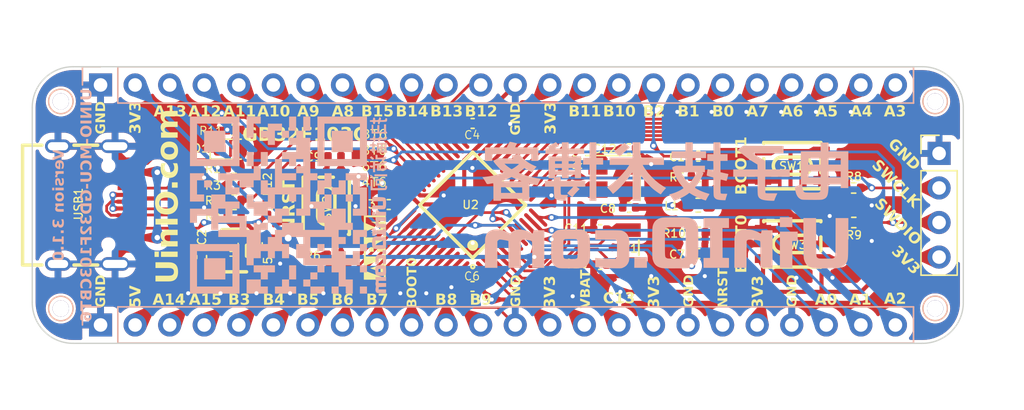
<source format=kicad_pcb>
(kicad_pcb (version 20221018) (generator pcbnew)
  (title_block (title "UINIO-MCU-GD32F103CBT6") (date "2023-12-27") (rev "Version 3.1.0") (company "电子技术博客 UinIO.com"))
  (layers (0 "F.Cu" signal) (31 "B.Cu" signal) (34 "B.Paste" user) (35 "F.Paste" user) (36 "B.SilkS" user "B.Silkscreen") (37 "F.SilkS" user "F.Silkscreen") (38 "B.Mask" user) (39 "F.Mask" user) (44 "Edge.Cuts" user))
  (net 0 "")
  (net 1 "GND")
  (net 2 "/PB2{slash}BOOT1")
  (net 3 "/VDD_5V")
  (net 4 "/VDD_3.3V")
  (net 5 "/BOOT0")
  (net 6 "Net-(C8-Pad2)")
  (net 7 "/NRST")
  (net 8 "Net-(U2-PC14_OSC32_IN)")
  (net 9 "Net-(U2-PC15_OSC32_OUT)")
  (net 10 "Net-(C12-Pad2)")
  (net 11 "Net-(D1-A)")
  (net 12 "/PA13{slash}SWDIO")
  (net 13 "/PA12")
  (net 14 "/PA11")
  (net 15 "/PA10")
  (net 16 "/PA9")
  (net 17 "/PA8")
  (net 18 "/PB15")
  (net 19 "/PB14")
  (net 20 "/PB13")
  (net 21 "/PB12")
  (net 22 "/PB11")
  (net 23 "/PB10")
  (net 24 "/PB1")
  (net 25 "/PB0")
  (net 26 "/PA7")
  (net 27 "/PA6")
  (net 28 "/PA5")
  (net 29 "/PA4")
  (net 30 "/PA3")
  (net 31 "/PA14{slash}SWCLK")
  (net 32 "/PA15")
  (net 33 "/PB3")
  (net 34 "/PB4")
  (net 35 "/PB5")
  (net 36 "/PB6")
  (net 37 "/PB7")
  (net 38 "/PB8")
  (net 39 "/PB9")
  (net 40 "/VBAT")
  (net 41 "/PC13")
  (net 42 "/PA0")
  (net 43 "/PA1")
  (net 44 "/PA2")
  (net 45 "Net-(U2-VSSA)")
  (net 46 "/USB_Data+")
  (net 47 "/USB_Data-")
  (net 48 "Net-(U2-PD0_OSC_IN)")
  (net 49 "Net-(U2-PD1_OSC_OUT)")
  (net 51 "Net-(USB1-CC1)")
  (net 53 "Net-(USB1-CC2)")
  (footprint "Resistor_SMD:R_0402_1005Metric" (layer "F.Cu") (at 132.14906 97.12213 180)
    (fp_text reference "R1")
    (fp_text value "2K")
  )
  (footprint "Capacitor_SMD:C_0402_1005Metric" (layer "F.Cu") (at 166.25906 103.39713 180)
    (fp_text reference "C7")
    (fp_text value "0.1uF")
  )
  (footprint "Resistor_SMD:R_0402_1005Metric" (layer "F.Cu") (at 177.67906 98.58213)
    (fp_text reference "R8")
    (fp_text value "10K")
  )
  (footprint "Uinio:KEY-SMD_4P-L4.2-W3.4-P2.15-LS4.7" (layer "F.Cu") (at 138.91906 99.89213 -90)
    (fp_text reference "SW2")
    (fp_text value "NRST")
  )
  (footprint "Uinio:CRYSTAL-FC135-32.768" (layer "F.Cu") (at 161.12906 102.93213 -90)
    (fp_text reference "Y1")
    (fp_text value "32.768KHz")
  )
  (footprint "Uinio:SOT-23-5_L3.0-W1.7-P0.95-LS2.8-BR" (layer "F.Cu") (at 132.15906 103.19613 180)
    (fp_text reference "U1")
    (fp_text value "ME6211C33M5G-N")
  )
  (footprint "Capacitor_SMD:C_0402_1005Metric" (layer "F.Cu") (at 159.04906 101.64213)
    (fp_text reference "C11")
    (fp_text value "10pF")
  )
  (footprint "LED_SMD:LED_0603_1608Metric" (layer "F.Cu") (at 131.86906 95.73213)
    (fp_text reference "D1")
    (fp_text value "LED_Red")
  )
  (footprint "Uinio:KEY-SMD_4P-L4.2-W3.4-P2.15-LS4.7" (layer "F.Cu") (at 173.16906 102.69713)
    (fp_text reference "SW3")
    (fp_text value "BOOT0")
  )
  (footprint "Connector_PinHeader_2.54mm:PinHeader_1x04_P2.54mm_Vertical" (layer "F.Cu") (at 183.95906 96.04213)
    (fp_text reference "J3" hide)
    (fp_text value "Conn_01x04_Pin")
  )
  (footprint "Capacitor_SMD:C_0402_1005Metric" (layer "F.Cu") (at 129.75906 103.66213 -90)
    (fp_text reference "C2")
    (fp_text value "1uF")
  )
  (footprint "Resistor_SMD:R_0402_1005Metric" (layer "F.Cu") (at 166.25906 101.84713)
    (fp_text reference "R10")
    (fp_text value "10K")
  )
  (footprint "Uinio:Hole-1mm" (layer "F.Cu") (at 119.40906 92.22213 180)
    (fp_text reference "HOLE**" hide)
    (fp_text value "Hole-1mm" hide)
  )
  (footprint "Resistor_SMD:R_0402_1005Metric" (layer "F.Cu") (at 132.14906 100.55213)
    (fp_text reference "R4")
    (fp_text value "1.5K")
  )
  (footprint "Uinio:Hole-1mm" (layer "F.Cu") (at 183.66906 92.22213 180)
    (fp_text reference "HOLE**" hide)
    (fp_text value "Hole-1mm" hide)
  )
  (footprint "Uinio:Hole-1mm" (layer "F.Cu") (at 183.66906 107.43213 180)
    (fp_text reference "HOLE**" hide)
    (fp_text value "Hole-1mm" hide)
  )
  (footprint "Capacitor_SMD:C_0402_1005Metric" (layer "F.Cu") (at 149.67906 93.84213 180)
    (fp_text reference "C4")
    (fp_text value "0.1uF")
  )
  (footprint "Resistor_SMD:R_0402_1005Metric" (layer "F.Cu") (at 134.55906 100.01 90)
    (fp_text reference "R12")
    (fp_text value "5.1K")
  )
  (footprint "Capacitor_SMD:C_0402_1005Metric" (layer "F.Cu") (at 159.04906 104.21213)
    (fp_text reference "C10")
    (fp_text value "10pF")
  )
  (footprint "Uinio:USB-C-SMD_TYPEC-304J-BCP16" (layer "F.Cu") (at 121.67906 99.84213 -90)
    (fp_text reference "USB1")
    (fp_text value "USB_Type_C_16Pin")
  )
  (footprint "Capacitor_SMD:C_0402_1005Metric" (layer "F.Cu") (at 134.56906 102.72213 90)
    (fp_text reference "C5")
    (fp_text value "1uF")
  )
  (footprint "Resistor_SMD:R_0402_1005Metric" (layer "F.Cu") (at 177.68906 101.12213 180)
    (fp_text reference "R9")
    (fp_text value "10K")
  )
  (footprint "Crystal:Crystal_SMD_3225-4Pin_3.2x2.5mm" (layer "F.Cu") (at 159.98906 97.85213 180)
    (fp_text reference "Y2" hide)
    (fp_text value "8MHz")
  )
  (footprint "Resistor_SMD:R_0402_1005Metric" (layer "F.Cu") (at 166.25906 97.74713)
    (fp_text reference "R5")
    (fp_text value "10K")
  )
  (footprint "Capacitor_SMD:C_0402_1005Metric" (layer "F.Cu") (at 149.66906 105.82213)
    (fp_text reference "C6")
    (fp_text value "0.1uF")
  )
  (footprint "Resistor_SMD:R_0402_1005Metric" (layer "F.Cu") (at 157.41906 98.27213 90)
    (fp_text reference "R7")
    (fp_text value "1M")
  )
  (footprint "Uinio:TQFP-48_L7.0-W7.0-P0.50-LS9.0-BL" (layer "F.Cu") (at 149.67906 99.83713 45)
    (fp_text reference "U2")
    (fp_text value "GD32F103C8T6")
  )
  (footprint "Capacitor_SMD:C_0402_1005Metric" (layer "F.Cu") (at 161.17906 100.01213 180)
    (fp_text reference "C8")
    (fp_text value "20pF")
  )
  (footprint "Uinio:Hole-1mm" (layer "F.Cu") (at 119.40906 107.44213 180)
    (fp_text reference "HOLE**" hide)
    (fp_text value "Hole-1mm" hide)
  )
  (footprint "Resistor_SMD:R_0402_1005Metric" (layer "F.Cu") (at 132.14906 98.37213 180)
    (fp_text reference "R3")
    (fp_text value "50R")
  )
  (footprint "Resistor_SMD:R_0402_1005Metric" (layer "F.Cu") (at 132.14906 99.46213 180)
    (fp_text reference "R2")
    (fp_text value "50R")
  )
  (footprint "Capacitor_SMD:C_0402_1005Metric" (layer "F.Cu") (at 166.25906 96.24713 180)
    (fp_text reference "C1")
    (fp_text value "0.1uF")
  )
  (footprint "Inductor_SMD:L_0603_1608Metric" (layer "F.Cu") (at 166.25906 99.84713 180)
    (fp_text reference "L1")
    (fp_text value "1KΩ 100Mhz")
  )
  (footprint "Capacitor_SMD:C_0402_1005Metric" (layer "F.Cu") (at 139.51906 96.25213 180)
    (fp_text reference "C9")
    (fp_text value "0.1uF")
  )
  (footprint "Resistor_SMD:R_0402_1005Metric" (layer "F.Cu") (at 132.14906 94.33 180)
    (fp_text reference "R11")
    (fp_text value "5.1K")
  )
  (footprint "Capacitor_SMD:C_0402_1005Metric" (layer "F.Cu") (at 143.50906 99.80213)
    (fp_text reference "C3")
    (fp_text value "0.1uF")
  )
  (footprint "Resistor_SMD:R_0402_1005Metric" (layer "F.Cu") (at 139.49906 103.50213)
    (fp_text reference "R6")
    (fp_text value "10K")
  )
  (footprint "Capacitor_SMD:C_0402_1005Metric" (layer "F.Cu") (at 161.17906 95.69213 180)
    (fp_text reference "C12")
    (fp_text value "20pF")
  )
  (footprint "Uinio:KEY-SMD_4P-L4.2-W3.4-P2.15-LS4.7" (layer "F.Cu") (at 173.16906 96.94713 180)
    (fp_text reference "SW1")
    (fp_text value "BOOT1")
  )
  (footprint "LOGO" (layer "B.Cu") (at 136.16 99.84213 -90)
    (fp_text reference "")
    (fp_text value "LOGO" hide)
  )
  (footprint "Connector_PinHeader_2.54mm:PinHeader_1x24_P2.54mm_Vertical" (layer "B.Cu") (at 122.32906 91.01213 -90)
    (fp_text reference "J1" hide)
    (fp_text value "Conn_01x24_Pin")
  )
  (footprint "Connector_PinHeader_2.54mm:PinHeader_1x24_P2.54mm_Vertical" (layer "B.Cu") (at 122.32906 108.65213 -90)
    (fp_text reference "J2" hide)
    (fp_text value "Conn_01x24_Pin")
  )
  (footprint "LOGO" (layer "B.Cu") (at 163.861049 99.859273 180)
    (fp_text reference "")
    (fp_text value "LOGO" hide)
  )
  (gr_arc (start 185.73906 107.00213) (mid 184.86038 109.12345) (end 182.73906 110.00213) (stroke (width 0.1)) (layer "Edge.Cuts"))
  (gr_arc (start 182.73906 89.67213) (mid 184.86038 90.55081) (end 185.73906 92.67213) (stroke (width 0.1)) (layer "Edge.Cuts"))
  (gr_arc (start 117.30906 92.67213) (mid 118.18774 90.55081) (end 120.30906 89.67213) (stroke (width 0.1)) (layer "Edge.Cuts"))
  (gr_arc (start 120.30906 110.00213) (mid 118.18774 109.12345) (end 117.30906 107.00213) (stroke (width 0.1)) (layer "Edge.Cuts"))
  (gr_line (start 120.30906 89.67213) (end 182.73906 89.67213) (stroke (width 0.1)) (layer "Edge.Cuts"))
  (gr_line (start 182.73906 110.00213) (end 120.30906 110.00213) (stroke (width 0.1)) (layer "Edge.Cuts"))
  (gr_line (start 185.73906 92.67213) (end 185.73906 107.00213) (stroke (width 0.1)) (layer "Edge.Cuts"))
  (gr_line (start 117.30906 107.00213) (end 117.30906 92.67213) (stroke (width 0.1)) (layer "Edge.Cuts"))
  (gr_text "UINIO-MCU-GD32F103CBT6" (at 121.32906 99.84213 90) (layer "B.SilkS") (effects (font (size 0.8 0.8) (thickness 0.15) bold) (justify mirror)))
  (gr_text "Version 3.1.0" (at 119.28906 99.84213 90) (layer "B.SilkS") (effects (font (size 0.8 0.8) (thickness 0.1) bold) (justify mirror)))
  (gr_text "A2" (at 180.72906 106.76213) (layer "F.SilkS") (effects (font (size 0.8 0.8) (thickness 0.1) bold)))
  (gr_text "BT6\n8T6\n6T6\n4T6" (at 142.44 96.44) (layer "F.SilkS") (effects (font (size 0.7 0.7) (thickness 0.1))))
  (gr_text "GND" (at 165.58906 106.167795 90) (layer "F.SilkS") (effects (font (size 0.7 0.7) (thickness 0.1) bold)))
  (gr_text "GND" (at 152.86 93.50238 90) (layer "F.SilkS") (effects (font (size 0.7 0.7) (thickness 0.1) bold)))
  (gr_text "B9" (at 150.26906 106.83) (layer "F.SilkS") (effects (font (size 0.8 0.8) (thickness 0.1) bold)))
  (gr_text "B4" (at 135.06 106.83) (layer "F.SilkS") (effects (font (size 0.8 0.8) (thickness 0.1) bold)))
  (gr_text "A3" (at 180.71906 92.99) (layer "F.SilkS") (effects (font (size 0.8 0.8) (thickness 0.1) bold)))
  (gr_text "VBAT" (at 157.99906 106.017341 90) (layer "F.SilkS") (effects (font (size 0.7 0.7) (thickness 0.1) bold)))
  (gr_text "BOOT0" (at 169.45906 102.69713 90) (layer "F.SilkS") (effects (font (size 0.8 0.8) (thickness 0.15) bold)))
  (gr_text "B5" (at 137.57906 106.83) (layer "F.SilkS") (effects (font (size 0.8 0.8) (thickness 0.1) bold)))
  (gr_text "3V3" (at 170.66906 106.230175 90) (layer "F.SilkS") (effects (font (size 0.8 0.8) (thickness 0.1) bold)))
  (gr_text "A12" (at 129.99 92.99) (layer "F.SilkS") (effects (font (size 0.8 0.8) (thickness 0.1) bold)))
  (gr_text "B14" (at 145.21906 92.99) (layer "F.SilkS") (effects (font (size 0.8 0.8) (thickness 0.1) bold)))
  (gr_text "GD32F103C" (at 137.32 94.71) (layer "F.SilkS") (effects (font (size 1 1) (thickness 0.14) bold)))
  (gr_text "A5" (at 175.69906 92.99) (layer "F.SilkS") (effects (font (size 0.8 0.8) (thickness 0.1) bold)))
  (gr_text "B1" (at 165.53906 92.99) (layer "F.SilkS") (effects (font (size 0.8 0.8) (thickness 0.1) bold)))
  (gr_text "A11" (at 132.55 92.99) (layer "F.SilkS") (effects (font (size 0.8 0.8) (thickness 0.1) bold)))
  (gr_text "GND" (at 181.37 96.14 -45) (layer "F.SilkS") (effects (font (size 0.8 0.8) (thickness 0.12) bold)))
  (gr_text "SWCLK" (at 180.76 98.29 -45) (layer "F.SilkS") (effects (font (size 0.8 0.8) (thickness 0.12) bold)))
  (gr_text "A0" (at 175.64906 106.83) (layer "F.SilkS") (effects (font (size 0.8 0.8) (thickness 0.1) bold)))
  (gr_text "A14" (at 127.35906 106.83) (layer "F.SilkS") (effects (font (size 0.8 0.8) (thickness 0.1) bold)))
  (gr_text "3V3" (at 163.03906 106.230175 90) (layer "F.SilkS") (effects (font (size 0.8 0.8) (thickness 0.1) bold)))
  (gr_text "A4" (at 178.23906 92.99) (layer "F.SilkS") (effects (font (size 0.8 0.8) (thickness 0.1) bold)))
  (gr_text "ARM" (at 143.37 105.19 90) (layer "F.SilkS" knockout) (effects (font (size 1.3 1.3) (thickness 0.25) bold) (justify left bottom)))
  (gr_text "B0" (at 168.07906 92.99) (layer "F.SilkS") (effects (font (size 0.8 0.8) (thickness 0.1) bold)))
  (gr_text "A7" (at 170.61906 92.99) (layer "F.SilkS") (effects (font (size 0.8 0.8) (thickness 0.1) bold)))
  (gr_text "BOOT1" (at 169.45906 96.94713 90) (layer "F.SilkS") (effects (font (size 0.8 0.8) (thickness 0.15) bold)))
  (gr_text "A15" (at 130.02906 106.83) (layer "F.SilkS") (effects (font (size 0.8 0.8) (thickness 0.1) bold)))
  (gr_text "A13" (at 127.43906 92.99) (layer "F.SilkS") (effects (font (size 0.8 0.8) (thickness 0.1) bold)))
  (gr_text "B6" (at 140.11906 106.83) (layer "F.SilkS") (effects (font (size 0.8 0.8) (thickness 0.1) bold)))
  (gr_text "GND" (at 122.37 106.167795 90) (layer "F.SilkS") (effects (font (size 0.7 0.7) (thickness 0.1) bold)))
  (gr_text "A1" (at 178.16906 106.83) (layer "F.SilkS") (effects (font (size 0.8 0.8) (thickness 0.1) bold)))
  (gr_text "GND" (at 173.17906 106.167795 90) (layer "F.SilkS") (effects (font (size 0.7 0.7) (thickness 0.1) bold)))
  (gr_text "B12" (at 150.29906 92.99) (layer "F.SilkS") (effects (font (size 0.8 0.8) (thickness 0.1) bold)))
  (gr_text "3V3" (at 124.92906 93.4 90) (layer "F.SilkS") (effects (font (size 0.8 0.8) (thickness 0.1) bold)))
  (gr_text "B7" (at 142.65906 106.83) (layer "F.SilkS") (effects (font (size 0.8 0.8) (thickness 0.1) bold)))
  (gr_text "B13" (at 147.75906 92.99) (layer "F.SilkS") (effects (font (size 0.8 0.8) (thickness 0.1) bold)))
  (gr_text "A8" (at 140.13906 92.99) (layer "F.SilkS") (effects (font (size 0.8 0.8) (thickness 0.1) bold)))
  (gr_text "B10" (at 160.45906 92.99) (layer "F.SilkS") (effects (font (size 0.8 0.8) (thickness 0.1) bold)))
  (gr_text "BOOT0" (at 145.24906 105.568374 90) (layer "F.SilkS") (effects (font (size 0.7 0.7) (thickness 0.1) bold)))
  (gr_text "B8" (at 147.72906 106.83) (layer "F.SilkS") (effects (font (size 0.8 0.8) (thickness 0.1) bold)))
  (gr_text "UinIO.com" (at 128.26906 105.657063 90) (layer "F.SilkS") (effects (font (size 1.6 1.6) (thickness 0.3) bold) (justify left bottom)))
  (gr_text "3V3" (at 155.38906 106.230175 90) (layer "F.SilkS") (effects (font (size 0.8 0.8) (thickness 0.1) bold)))
  (gr_text "5V" (at 124.92906 106.56 90) (layer "F.SilkS") (effects (font (size 0.8 0.8) (thickness 0.1) bold)))
  (gr_text "A9" (at 137.59906 92.99) (layer "F.SilkS") (effects (font (size 0.8 0.8) (thickness 0.1) bold)))
  (gr_text "C13" (at 160.43906 106.72213) (layer "F.SilkS") (effects (font (size 0.8 0.8) (thickness 0.1) bold)))
  (gr_text "A10" (at 135.06 92.99) (layer "F.SilkS") (effects (font (size 0.8 0.8) (thickness 0.1) bold)))
  (gr_text "NRST" (at 136.22 99.89213 90) (layer "F.SilkS") (effects (font (size 0.9 0.9) (thickness 0.15) bold)))
  (gr_text "GND" (at 152.87906 106.167795 90) (layer "F.SilkS") (effects (font (size 0.7 0.7) (thickness 0.1) bold)))
  (gr_text "B11" (at 157.91906 92.99) (layer "F.SilkS") (effects (font (size 0.8 0.8) (thickness 0.1) bold)))
  (gr_text "B15" (at 142.67906 92.99) (layer "F.SilkS") (effects (font (size 0.8 0.8) (thickness 0.1) bold)))
  (gr_text "3V3" (at 155.44 93.44 90) (layer "F.SilkS") (effects (font (size 0.8 0.8) (thickness 0.1) bold)))
  (gr_text "SWDIO" (at 180.91 101.086666 -45) (layer "F.SilkS") (effects (font (size 0.8 0.8) (thickness 0.12) bold)))
  (gr_text "A6" (at 173.15906 92.99) (layer "F.SilkS") (effects (font (size 0.8 0.8) (thickness 0.1) bold)))
  (gr_text "B2" (at 162.99906 92.99) (layer "F.SilkS") (effects (font (size 0.8 0.8) (thickness 0.1) bold)))
  (gr_text "GND" (at 122.37 93.42213 90) (layer "F.SilkS") (effects (font (size 0.7 0.7) (thickness 0.1) bold)))
  (gr_text "NRST" (at 168.09906 105.942115 90) (layer "F.SilkS") (effects (font (size 0.7 0.7) (thickness 0.1) bold)))
  (gr_text "3V3" (at 181.5 103.91 -45) (layer "F.SilkS") (effects (font (size 0.8 0.8) (thickness 0.12) bold)))
  (gr_text "B3" (at 132.52 106.83) (layer "F.SilkS") (effects (font (size 0.8 0.8) (thickness 0.1) bold)))
  (segment (start 158.86906 105.06213) (end 162.79906 105.06213) (width 0.3) (layer "F.Cu") (net 1))
  (segment (start 125.69906 96.64213) (end 124.16006 96.64213) (width 0.5) (layer "F.Cu") (net 1))
  (segment (start 145.224287 98.539338) (end 145.216268 98.539338) (width 0.3) (layer "F.Cu") (net 1))
  (segment (start 147.60906 105.37213) (end 147.60906 105.064111) (width 0.2) (layer "F.Cu") (net 1))
  (segment (start 149.59906 107.36213) (end 151.51906 107.36213) (width 0.2) (layer "F.Cu") (net 1))
  (segment (start 162.80906 100.79213) (end 162.76906 100.75213) (width 0.3) (layer "F.Cu") (net 1))
  (segment (start 147.60906 105.064111) (end 148.406268 104.266903) (width 0.2) (layer "F.Cu") (net 1))
  (segment (start 162.76906 100.75213) (end 158.87906 100.75213) (width 0.3) (layer "F.Cu") (net 1))
  (segment (start 150.953833 95.357357) (end 150.951852 95.357357) (width 0.3) (layer "F.Cu") (net 1))
  (segment (start 162.80906 100.01213) (end 161.65906 100.01213) (width 0.3) (layer "F.Cu") (net 1))
  (segment (start 150.15906 93.65213) (end 152.79906 91.01213) (width 0.3) (layer "F.Cu") (net 1))
  (segment (start 149.65906 97.11213) (end 149.65906 96.65213) (width 0.2) (layer "F.Cu") (net 1))
  (segment (start 131.08156 95.73213) (end 126.60906 95.73213) (width 0.5) (layer "F.Cu") (net 1))
  (segment (start 145.81856 99.13163) (end 145.226268 98.539338) (width 0.3) (layer "F.Cu") (net 1))
  (segment (start 150.15906 93.77213) (end 150.15906 93.65213) (width 0.3) (layer "F.Cu") (net 1))
  (segment (start 149.67906 103.00213) (end 148.416268 104.264922) (width 0.2) (layer "F.Cu") (net 1))
  (segment (start 149.65906 96.65213) (end 150.951852 95.359338) (width 0.2) (layer "F.Cu") (net 1))
  (segment (start 143.02906 98.23213) (end 143.02906 99.80213) (width 0.3) (layer "F.Cu") (net 1))
  (segment (start 162.80906 96.84213) (end 162.80906 100.69213) (width 0.3) (layer "F.Cu") (net 1))
  (segment (start 162.80906 105.05213) (end 162.80906 100.79213) (width 0.3) (layer "F.Cu") (net 1))
  (segment (start 119.19806 104.16713) (end 123.39806 104.16713) (width 0.5) (layer "F.Cu") (net 1))
  (segment (start 145.216268 98.539338) (end 144.29906 97.62213) (width 0.3) (layer "F.Cu") (net 1))
  (segment (start 126.60906 95.73213) (end 125.69906 96.64213) (width 0.5) (layer "F.Cu") (net 1))
  (segment (start 162.79906 96.83213) (end 162.80906 96.84213) (width 0.3) (layer "F.Cu") (net 1))
  (segment (start 147.54906 99.13163) (end 145.81856 99.13163) (width 0.3) (layer "F.Cu") (net 1))
  (segment (start 158.56906 101.06213) (end 158.56906 101.64213) (width 0.3) (layer "F.Cu") (net 1))
  (segment (start 162.79906 105.06213) (end 162.80906 105.05213) (width 0.3) (layer "F.Cu") (net 1))
  (segment (start 162.80906 100.69213) (end 162.80906 100.01213) (width 0.3) (layer "F.Cu") (net 1))
  (segment (start 151.51906 107.36213) (end 152.80906 108.65213) (width 0.2) (layer "F.Cu") (net 1))
  (segment (start 158.87906 100.75213) (end 158.56906 101.06213) (width 0.3) (layer "F.Cu") (net 1))
  (segment (start 119.19806 95.51713) (end 119.19806 104.16713) (width 0.5) (layer "F.Cu") (net 1))
  (segment (start 148.11406 105.87713) (end 147.60906 105.37213) (width 0.2) (layer "F.Cu") (net 1))
  (segment (start 123.39806 104.16713) (end 123.39806 103.80413) (width 0.5) (layer "F.Cu") (net 1))
  (segment (start 152.43906 93.87213) (end 150.953833 95.357357) (width 0.3) (layer "F.Cu") (net 1))
  (segment (start 158.55906 104.22213) (end 158.55906 104.75213) (width 0.3) (layer "F.Cu") (net 1))
  (segment (start 123.39806 103.80413) (end 124.16006 103.04213) (width 0.5) (layer "F.Cu") (net 1))
  (segment (start 158.55906 104.75213) (end 158.86906 105.06213) (width 0.3) (layer "F.Cu") (net 1))
  (segment (start 143.63906 97.62213) (end 143.02906 98.23213) (width 0.3) (layer "F.Cu") (net 1))
  (segment (start 149.67906 102.62213) (end 149.67906 103.00213) (width 0.2) (layer "F.Cu") (net 1))
  (segment (start 123.39806 95.88113) (end 123.39806 95.51713) (width 0.5) (layer "F.Cu") (net 1))
  (segment (start 162.79906 96.83213) (end 161.65906 95.69213) (width 0.3) (layer "F.Cu") (net 1))
  (segment (start 144.29906 97.62213) (end 143.63906 97.62213) (width 0.3) (layer "F.Cu") (net 1))
  (segment (start 134.58906 103.20213) (end 135.52906 104.14213) (width 0.2) (layer "F.Cu") (net 1))
  (segment (start 130.85906 103.19613) (end 129.77306 103.19613) (width 0.2) (layer "F.Cu") (net 1))
  (segment (start 149.13406 105.87713) (end 148.11406 105.87713) (width 0.3) (layer "F.Cu") (net 1))
  (segment (start 148.11406 105.87713) (end 149.59906 107.36213) (width 0.2) (layer "F.Cu") (net 1))
  (segment (start 124.15906 96.64213) (end 123.39806 95.88113) (width 0.5) (layer "F.Cu") (net 1))
  (segment (start 166.73906 105.06213) (end 162.79906 105.06213) (width 0.3) (layer "F.Cu") (net 1))
  (segment (start 123.39806 95.51713) (end 119.19806 95.51713) (width 0.5) (layer "F.Cu") (net 1))
  (segment (start 162.80906 100.79213) (end 162.80906 100.69213) (width 0.3) (layer "F.Cu") (net 1))
  (via (at 141.06906 99.92213) (size 0.7) (drill 0.3) (layers "F.Cu" "B.Cu") (net 1))
  (via (at 138.70906 106.32213) (size 0.5) (drill 0.3) (layers "F.Cu" "B.Cu") (net 1))
  (via (at 179.00906 102.476836) (size 0.5) (drill 0.3) (layers "F.Cu" "B.Cu") (net 1))
  (via (at 131.14906 106.32213) (size 0.5) (drill 0.3) (layers "F.Cu" "B.Cu") (net 1))
  (via (at 176.11906 105.18213) (size 0.5) (drill 0.3) (layers "F.Cu" "B.Cu") (net 1))
  (via (at 149.65906 97.11213) (size 0.7) (drill 0.3) (layers "F.Cu" "B.Cu") (net 1))
  (via (at 131.24 93.08) (size 0.5) (drill 0.3) (layers "F.Cu" "B.Cu") (net 1))
  (via (at 152.43906 93.87213) (size 0.5) (drill 0.3) (layers "F.Cu" "B.Cu") (net 1))
  (via (at 136.25906 106.32213) (size 0.5) (drill 0.3) (layers "F.Cu" "B.Cu") (net 1))
  (via (at 135.52906 104.14213) (size 0.5) (drill 0.3) (layers "F.Cu" "B.Cu") (net 1))
  (via (at 129.94 100.02) (size 0.5) (drill 0.3) (layers "F.Cu" "B.Cu") (net 1))
  (via (at 167.23906 92.99213) (size 0.5) (drill 0.3) (layers "F.Cu" "B.Cu") (net 1))
  (via (at 164.71906 92.99213) (size 0.5) (drill 0.3) (layers "F.Cu" "B.Cu") (net 1))
  (via (at 149.67906 102.62213) (size 0.7) (drill 0.3) (layers "F.Cu" "B.Cu") (net 1))
  (via (at 173.46906 105.18213) (size 0.5) (drill 0.3) (layers "F.Cu" "B.Cu") (net 1))
  (via (at 157.02906 106.54213) (size 0.5) (drill 0.3) (layers "F.Cu" "B.Cu") (net 1))
  (via (at 177.46906 92.99213) (size 0.5) (drill 0.3) (layers "F.Cu" "B.Cu") (net 1))
  (via (at 128.76906 106.32213) (size 0.5) (drill 0.3) (layers "F.Cu" "B.Cu") (net 1))
  (via (at 137.82906 99.92213) (size 0.7) (drill 0.3) (layers "F.Cu" "B.Cu") (net 1))
  (via (at 162.79906 96.83213) (size 0.7) (drill 0.3) (layers "F.Cu" "B.Cu") (net 1))
  (via (at 169.79656 92.99213) (size 0.5) (drill 0.3) (layers "F.Cu" "B.Cu") (net 1))
  (via (at 144.35906 106.32213) (size 0.5) (drill 0.3) (layers "F.Cu" "B.Cu") (net 1))
  (via (at 172.35406 92.99213) (size 0.5) (drill 0.3) (layers "F.Cu" "B.Cu") (net 1))
  (via (at 148.11406 105.87713) (size 0.7) (drill 0.3) (layers "F.Cu" "B.Cu") (net 1))
  (via (at 166.73906 105.06213) (size 0.7) (drill 0.3) (layers "F.Cu" "B.Cu") (net 1))
  (via (at 146.26906 106.32213) (size 0.5) (drill 0.3) (layers "F.Cu" "B.Cu") (net 1))
  (via (at 179.00906 99.86213) (size 0.5) (drill 0.3) (layers "F.Cu" "B.Cu") (net 1))
  (via (at 131.63906 94.3) (size 0.5) (drill 0.3) (layers "F.Cu" "B.Cu") (net 1))
  (via (at 162.79906 105.06213) (size 0.7) (drill 0.3) (layers "F.Cu" "B.Cu") (net 1))
  (via (at 155.46906 99.13213) (size 0.7) (drill 0.3) (layers "F.Cu" "B.Cu") (net 1))
  (via (at 129.94 97.82) (size 0.5) (drill 0.3) (layers "F.Cu" "B.Cu") (net 1))
  (via (at 147.54906 99.13163) (size 0.7) (drill 0.3) (layers "F.Cu" "B.Cu") (net 1))
  (via (at 175.91906 100.64213) (size 0.5) (drill 0.3) (layers "F.Cu" "B.Cu") (net 1))
  (via (at 143.02906 98.23213) (size 0.7) (drill 0.3) (layers "F.Cu" "B.Cu") (net 1))
  (via (at 174.91156 92.99213) (size 0.5) (drill 0.3) (layers "F.Cu" "B.Cu") (net 1))
  (via (at 133.78906 106.32213) (size 0.5) (drill 0.3) (layers "F.Cu" "B.Cu") (net 1))
  (segment (start 155.46906 99.13213) (end 147.54956 99.13213) (width 0.3) (layer "B.Cu") (net 1))
  (segment (start 144.14906 97.11213) (end 143.02906 98.23213) (width 0.3) (layer "B.Cu") (net 1))
  (segment (start 147.54956 99.13213) (end 147.54906 99.13163) (width 0.2) (layer "B.Cu") (net 1))
  (segment (start 141.06906 101.11213) (end 141.06906 99.92213) (width 0.3) (layer "B.Cu") (net 1))
  (segment (start 141.06906 99.92213) (end 137.82906 99.92213) (width 0.5) (layer "B.Cu") (net 1))
  (segment (start 142.57906 102.62213) (end 141.06906 101.11213) (width 0.3) (layer "B.Cu") (net 1))
  (segment (start 149.67906 102.62213) (end 142.57906 102.62213) (width 0.3) (layer "B.Cu") (net 1))
  (segment (start 149.65906 97.11213) (end 144.14906 97.11213) (width 0.3) (layer "B.Cu") (net 1))
  (segment (start 152.012512 96.408678) (end 155.49906 92.92213) (width 0.2) (layer "F.Cu") (net 2))
  (segment (start 161.05906 92.92213) (end 162.96906 91.01213) (width 0.2) (layer "F.Cu") (net 2))
  (segment (start 155.49906 92.92213) (end 161.05906 92.92213) (width 0.2) (layer "F.Cu") (net 2))
  (segment (start 162.96906 95.48163) (end 163.73456 96.24713) (width 0.2) (layer "F.Cu") (net 2))
  (segment (start 165.77906 96.24713) (end 165.77906 97.71713) (width 0.2) (layer "F.Cu") (net 2))
  (segment (start 163.73456 96.24713) (end 165.77906 96.24713) (width 0.2) (layer "F.Cu") (net 2))
  (via (at 162.96906 95.48163) (size 0.5) (drill 0.3) (layers "F.Cu" "B.Cu") (net 2))
  (segment (start 162.96906 95.48163) (end 162.96906 91.01213) (width 0.2) (layer "B.Cu") (net 2))
  (segment (start 126.49906 97.43213) (end 124.16506 97.43213) (width 0.5) (layer "F.Cu") (net 3))
  (segment (start 129.37906 104.14213) (end 124.86906 108.65213) (width 0.5) (layer "F.Cu") (net 3))
  (segment (start 129.75906 104.14213) (end 130.85506 104.14213) (width 0.5) (layer "F.Cu") (net 3))
  (segment (start 132.15906 103.82213) (end 132.15906 102.55213) (width 0.5) (layer "F.Cu") (net 3))
  (segment (start 131.85306 102.24613) (end 130.85906 102.24613) (width 0.5) (layer "F.Cu") (net 3))
  (segment (start 129.75906 104.14213) (end 129.37906 104.14213) (width 0.5) (layer "F.Cu") (net 3))
  (segment (start 126.49906 102.23213) (end 130.84506 102.23213) (width 0.5) (layer "F.Cu") (net 3))
  (segment (start 131.83506 104.14613) (end 132.15906 103.82213) (width 0.5) (layer "F.Cu") (net 3))
  (segment (start 124.16506 102.23213) (end 126.49906 102.23213) (width 0.5) (layer "F.Cu") (net 3))
  (segment (start 132.15906 102.55213) (end 131.85306 102.24613) (width 0.5) (layer "F.Cu") (net 3))
  (segment (start 130.85906 104.14613) (end 131.83506 104.14613) (width 0.5) (layer "F.Cu") (net 3))
  (via (at 126.49906 97.43213) (size 0.9) (drill 0.4) (layers "F.Cu" "B.Cu") (net 3))
  (via (at 126.49906 102.23213) (size 0.9) (drill 0.4) (layers "F.Cu" "B.Cu") (net 3))
  (segment (start 126.49906 97.45213) (end 126.49906 102.23213) (width 0.5) (layer "B.Cu") (net 3))
  (segment (start 134.56906 102.24213) (end 136.09906 102.24213) (width 0.4) (layer "F.Cu") (net 4))
  (segment (start 175.31906 95.87213) (end 171.01906 95.87213) (width 0.3) (layer "F.Cu") (net 4))
  (segment (start 133.45906 101.59213) (end 133.19906 101.33213) (width 0.3) (layer "F.Cu") (net 4))
  (segment (start 175.27406 106.21713) (end 160.53406 106.21713) (width 0.3) (layer "F.Cu") (net 4))
  (segment (start 150.445734 95.028804) (end 150.598299 95.028804) (width 0.3) (layer "F.Cu") (net 4))
  (segment (start 173.03906 99.22213) (end 173.69906 99.88213) (width 0.3) (layer "F.Cu") (net 4))
  (segment (start 153.31906 92.28213) (end 154.07906 92.28213) (width 0.3) (layer "F.Cu") (net 4))
  (segment (start 145.769973 99.79213) (end 144.870734 98.892891) (width 0.3) (layer "F.Cu") (net 4))
  (segment (start 175.27406 106.21713) (end 178.22406 106.21713) (width 0.3) (layer "F.Cu") (net 4))
  (segment (start 133.45906 102.24613) (end 133.45906 101.59213) (width 0.3) (layer "F.Cu") (net 4))
  (segment (start 133.19906 101.33213) (end 131.90906 101.33213) (width 0.3) (layer "F.Cu") (net 4))
  (segment (start 153.47906 106.78213) (end 151.07906 106.78213) (width 0.3) (layer "F.Cu") (net 4))
  (segment (start 149.05906 99.10213) (end 148.36906 99.79213) (width 0.3) (layer "F.Cu") (net 4))
  (segment (start 175.31906 95.87213) (end 173.03906 95.87213) (width 0.3) (layer "F.Cu") (net 4))
  (segment (start 143.98906 99.78213) (end 144.870734 98.900456) (width 0.3) (layer "F.Cu") (net 4))
  (segment (start 148.947386 104.620456) (end 148.759821 104.620456) (width 0.3) (layer "F.Cu") (net 4))
  (segment (start 150.598299 95.003804) (end 149.05906 96.543043) (width 0.3) (layer "F.Cu") (net 4))
  (segment (start 148.36906 99.79213) (end 145.769973 99.79213) (width 0.3) (layer "F.Cu") (net 4))
  (segment (start 154.20906 103.65213) (end 154.20906 102.574363) (width 0.3) (layer "F.Cu") (net 4))
  (segment (start 153.47906 106.78213) (end 155.34906 108.65213) (width 0.3) (layer "F.Cu") (net 4))
  (segment (start 173.03906 95.87213) (end 173.03906 99.22213) (width 0.3) (layer "F.Cu") (net 4))
  (segment (start 175.31906 103.77213) (end 175.31906 106.17213) (width 0.3) (layer "F.Cu") (net 4))
  (segment (start 130.94906 97.08213) (end 131.59906 97.08213) (width 0.3) (layer "F.Cu") (net 4))
  (segment (start 136.09906 102.24213) (end 136.11906 102.26213) (width 0.4) (layer "F.Cu") (net 4))
  (segment (start 178.22406 106.21713) (end 180.77906 103.66213) (width 0.3) (layer "F.Cu") (net 4))
  (segment (start 150.598299 95.028804) (end 150.598299 95.003804) (width 0.3) (layer "F.Cu") (net 4))
  (segment (start 140.46906 104.37213) (end 139.16906 104.37213) (width 0.3) (layer "F.Cu") (net 4))
  (segment (start 131.63906 101.06213) (end 131.63906 100.55213) (width 0.3) (layer "F.Cu") (net 4))
  (segment (start 177.17906 100.37213) (end 177.17906 101.12213) (width 0.3) (layer "F.Cu") (net 4))
  (segment (start 154.20906 102.574363) (end 153.426726 101.792029) (width 0.3) (layer "F.Cu") (net 4))
  (segment (start 144.870734 98.900456) (end 144.870734 98.892891) (width 0.3) (layer "F.Cu") (net 4))
  (segment (start 154.07906 92.28213) (end 155.34906 91.01213) (width 0.3) (layer "F.Cu") (net 4))
  (segment (start 177.17906 103.26213) (end 176.66906 103.77213) (width 0.3) (layer "F.Cu") (net 4))
  (segment (start 150.14906 105.85213) (end 151.07906 106.78213) (width 0.3) (layer "F.Cu") (net 4))
  (segment (start 150.598299 95.003804) (end 150.598299 95.002891) (width 0.3) (layer "F.Cu") (net 4))
  (segment (start 176.66906 103.77213) (end 175.31906 103.77213) (width 0.3) (layer "F.Cu") (net 4))
  (segment (start 133.45906 102.24613) (end 134.56506 102.24613) (width 0.4) (layer "F.Cu") (net 4))
  (segment (start 176.68906 99.88213) (end 177.17906 100.37213) (width 0.3) (layer "F.Cu") (net 4))
  (segment (start 180.77906 103.66213) (end 183.95406 103.66213) (width 0.3) (layer "F.Cu") (net 4))
  (segment (start 150.14906 105.82213) (end 148.947386 104.620456) (width 0.3) (layer "F.Cu") (net 4))
  (segment (start 170.58906 108.20213) (end 171.01906 107.77213) (width 0.3) (layer "F.Cu") (net 4))
  (segment (start 131.90906 101.33213) (end 131.63906 101.06213) (width 0.3) (layer "F.Cu") (net 4))
  (segment (start 139.16906 104.37213) (end 138.98906 104.19213) (width 0.3) (layer "F.Cu") (net 4))
  (segment (start 177.17906 101.12213) (end 177.17906 103.26213) (width 0.3) (layer "F.Cu") (net 4))
  (segment (start 150.598299 95.002891) (end 153.31906 92.28213) (width 0.3) (layer "F.Cu") (net 4))
  (segment (start 175.31906 106.17213) (end 175.27406 106.21713) (width 0.3) (layer "F.Cu") (net 4))
  (segment (start 149.25906 93.84213) (end 150.445734 95.028804) (width 0.3) (layer "F.Cu") (net 4))
  (segment (start 143.98906 100.85213) (end 140.46906 104.37213) (width 0.3) (layer "F.Cu") (net 4))
  (segment (start 138.98906 104.19213) (end 138.98906 103.50213) (width 0.3) (layer "F.Cu") (net 4))
  (segment (start 137.35906 103.50213) (end 136.11906 102.26213) (width 0.3) (layer "F.Cu") (net 4))
  (segment (start 149.05906 96.543043) (end 149.05906 99.10213) (width 0.3) (layer "F.Cu") (net 4))
  (segment (start 173.69906 99.88213) (end 176.68906 99.88213) (width 0.3) (layer "F.Cu") (net 4))
  (segment (start 138.98906 103.50213) (end 137.35906 103.50213) (width 0.3) (layer "F.Cu") (net 4))
  (segment (start 171.01906 107.77213) (end 171.01906 103.77213) (width 0.3) (layer "F.Cu") (net 4))
  (segment (start 143.98906 99.80213) (end 143.98906 100.85213) (width 0.3) (layer "F.Cu") (net 4))
  (via (at 151.07906 106.78213) (size 0.7) (drill 0.3) (layers "F.Cu" "B.Cu") (net 4))
  (via (at 154.20906 103.65213) (size 0.7) (drill 0.3) (layers "F.Cu" "B.Cu") (net 4))
  (via (at 130.94906 97.08213) (size 0.7) (drill 0.3) (layers "F.Cu" "B.Cu") (net 4))
  (via (at 160.53406 106.21713) (size 0.7) (drill 0.3) (layers "F.Cu" "B.Cu") (net 4))
  (via (at 136.11906 102.26213) (size 1.1) (drill 0.5) (layers "F.Cu" "B.Cu") (net 4))
  (segment (start 136.11906 102.25213) (end 136.11906 102.26213) (width 0.3) (layer "B.Cu") (net 4))
  (segment (start 157.96906 103.65213) (end 160.53406 106.21713) (width 0.3) (layer "B.Cu") (net 4))
  (segment (start 154.20906 103.65213) (end 151.07906 106.78213) (width 0.3) (layer "B.Cu") (net 4))
  (segment (start 154.20906 103.65213) (end 137.50906 103.65213) (width 0.3) (layer "B.Cu") (net 4))
  (segment (start 130.94906 97.08213) (end 136.11906 102.25213) (width 0.3) (layer "B.Cu") (net 4))
  (segment (start 130.94906 97.08213) (end 124.87906 91.01213) (width 0.3) (layer "B.Cu") (net 4))
  (segment (start 154.20906 103.65213) (end 157.96906 103.65213) (width 0.3) (layer "B.Cu") (net 4))
  (segment (start 137.50906 103.65213) (end 136.11906 102.26213) (width 0.3) (layer "B.Cu") (net 4))
  (segment (start 160.53406 106.21713) (end 162.96906 108.65213) (width 0.3) (layer "B.Cu") (net 4))
  (segment (start 152.133166 100.39213) (end 150.159721 100.39213) (width 0.2) (layer "F.Cu") (net 5))
  (segment (start 145.18906 105.362791) (end 145.18906 108.65213) (width 0.2) (layer "F.Cu") (net 5))
  (segment (start 147.345608 103.206243) (end 145.18906 105.362791) (width 0.2) (layer "F.Cu") (net 5))
  (segment (start 165.77906 103.39713) (end 165.77906 101.87713) (width 0.2) (layer "F.Cu") (net 5))
  (segment (start 165.77906 103.39713) (end 165.77906 104.30213) (width 0.2) (layer "F.Cu") (net 5))
  (segment (start 152.14856 100.376736) (end 152.133166 100.39213) (width 0.2) (layer "F.Cu") (net 5))
  (segment (start 150.159721 100.39213) (end 147.345608 103.206243) (width 0.2) (layer "F.Cu") (net 5))
  (via (at 152.14856 100.376736) (size 0.5) (drill 0.3) (layers "F.Cu" "B.Cu") (net 5))
  (via (at 165.77906 104.30213) (size 0.5) (drill 0.3) (layers "F.Cu" "B.Cu") (net 5))
  (segment (start 164.30906 102.83213) (end 165.77906 104.30213) (width 0.2) (layer "B.Cu") (net 5))
  (segment (start 152.14856 100.376736) (end 154.603954 102.83213) (width 0.2) (layer "B.Cu") (net 5))
  (segment (start 154.603954 102.83213) (end 164.30906 102.83213) (width 0.2) (layer "B.Cu") (net 5))
  (segment (start 160.69906 100.01213) (end 160.69906 99.09213) (width 0.2) (layer "F.Cu") (net 6))
  (segment (start 139.99906 103.37213) (end 139.99906 102.04713) (width 0.2) (layer "F.Cu") (net 7))
  (segment (start 139.99406 97.74213) (end 139.99406 102.04213) (width 0.2) (layer "F.Cu") (net 7))
  (segment (start 151.532235 101.325305) (end 152.706066 102.499136) (width 0.2) (layer "F.Cu") (net 7))
  (segment (start 149.862236 101.325305) (end 151.532235 101.325305) (width 0.2) (layer "F.Cu") (net 7))
  (segment (start 139.99406 97.74213) (end 139.99406 96.25713) (width 0.2) (layer "F.Cu") (net 7))
  (segment (start 139.99406 97.74213) (end 141.28906 97.74213) (width 0.2) (layer "F.Cu") (net 7))
  (via (at 141.28906 97.74213) (size 0.5) (drill 0.3) (layers "F.Cu" "B.Cu") (net 7))
  (via (at 149.862236 101.325305) (size 0.5) (drill 0.3) (layers "F.Cu" "B.Cu") (net 7))
  (segment (start 149.862236 101.325305) (end 147.785885 101.325305) (width 0.2) (layer "B.Cu") (net 7))
  (segment (start 147.785885 101.325305) (end 146.92906 102.18213) (width 0.2) (layer "B.Cu") (net 7))
  (segment (start 143.56906 102.18213) (end 142.09906 100.71213) (width 0.2) (layer "B.Cu") (net 7))
  (segment (start 152.672865 101.325305) (end 154.47969 103.13213) (width 0.2) (layer "B.Cu") (net 7))
  (segment (start 149.862236 101.325305) (end 152.672865 101.325305) (width 0.2) (layer "B.Cu") (net 7))
  (segment (start 162.52906 103.13213) (end 168.04906 108.65213) (width 0.2) (layer "B.Cu") (net 7))
  (segment (start 154.47969 103.13213) (end 162.52906 103.13213) (width 0.2) (layer "B.Cu") (net 7))
  (segment (start 146.92906 102.18213) (end 143.56906 102.18213) (width 0.2) (layer "B.Cu") (net 7))
  (segment (start 142.09906 98.55213) (end 141.28906 97.74213) (width 0.2) (layer "B.Cu") (net 7))
  (segment (start 142.09906 100.71213) (end 142.09906 98.55213) (width 0.2) (layer "B.Cu") (net 7))
  (segment (start 152.904187 105.51213) (end 151.305406 103.913349) (width 0.2) (layer "F.Cu") (net 8))
  (segment (start 157.61906 103.08213) (end 155.18906 105.51213) (width 0.2) (layer "F.Cu") (net 8))
  (segment (start 161.12906 104.18213) (end 159.55906 104.18213) (width 0.2) (layer "F.Cu") (net 8))
  (segment (start 155.18906 105.51213) (end 152.904187 105.51213) (width 0.2) (layer "F.Cu") (net 8))
  (segment (start 158.86906 103.08213) (end 157.61906 103.08213) (width 0.2) (layer "F.Cu") (net 8))
  (segment (start 159.52906 104.21213) (end 159.52906 103.74213) (width 0.2) (layer "F.Cu") (net 8))
  (segment (start 159.52906 103.74213) (end 158.86906 103.08213) (width 0.2) (layer "F.Cu") (net 8))
  (segment (start 159.52906 101.64213) (end 159.52906 102.20213) (width 0.2) (layer "F.Cu") (net 9))
  (segment (start 159.52906 102.20213) (end 158.94906 102.78213) (width 0.2) (layer "F.Cu") (net 9))
  (segment (start 155.064796 105.21213) (end 153.311293 105.21213) (width 0.2) (layer "F.Cu") (net 9))
  (segment (start 161.12906 101.68213) (end 159.56906 101.68213) (width 0.2) (layer "F.Cu") (net 9))
  (segment (start 157.494796 102.78213) (end 155.064796 105.21213) (width 0.2) (layer "F.Cu") (net 9))
  (segment (start 158.94906 102.78213) (end 157.494796 102.78213) (width 0.2) (layer "F.Cu") (net 9))
  (segment (start 153.311293 105.21213) (end 151.658959 103.559796) (width 0.2) (layer "F.Cu") (net 9))
  (segment (start 160.69906 95.69213) (end 159.33906 95.69213) (width 0.2) (layer "F.Cu") (net 10))
  (segment (start 158.88906 96.14213) (end 158.88906 97.00213) (width 0.2) (layer "F.Cu") (net 10))
  (segment (start 159.33906 95.69213) (end 158.88906 96.14213) (width 0.2) (layer "F.Cu") (net 10))
  (segment (start 132.65906 97.12213) (end 132.65906 95.73463) (width 0.3) (layer "F.Cu") (net 11))
  (segment (start 180.58906 101.12213) (end 183.95406 101.12213) (width 0.2) (layer "F.Cu") (net 12))
  (segment (start 143.94906 96.56213) (end 145.572714 98.185784) (width 0.2) (layer "F.Cu") (net 12))
  (segment (start 143.87906 96.56213) (end 143.94906 96.56213) (width 0.2) (layer "F.Cu") (net 12))
  (segment (start 178.19906 101.12213) (end 180.574378 101.12213) (width 0.2) (layer "F.Cu") (net 12))
  (segment (start 180.574378 101.12213) (end 180.581719 101.129471) (width 0.2) (layer "F.Cu") (net 12))
  (segment (start 180.581719 101.129471) (end 180.58906 101.12213) (width 0.2) (layer "F.Cu") (net 12))
  (via (at 143.85906 96.53213) (size 0.5) (drill 0.3) (layers "F.Cu" "B.Cu") (net 12))
  (via (at 180.581719 101.129471) (size 0.5) (drill 0.3) (layers "F.Cu" "B.Cu") (net 12))
  (segment (start 180.581719 101.129471) (end 180.60906 101.10213) (width 0.2) (layer "B.Cu") (net 12))
  (segment (start 179.41856 95.93163) (end 144.45956 95.93163) (width 0.2) (layer "B.Cu") (net 12))
  (segment (start 180.60906 97.12213) (end 179.41856 95.93163) (width 0.2) (layer "B.Cu") (net 12))
  (segment (start 132.96906 96.56213) (end 127.41906 91.01213) (width 0.2) (layer "B.Cu") (net 12))
  (segment (start 143.87906 96.56213) (end 132.96906 96.56213) (width 0.2) (layer "B.Cu") (net 12))
  (segment (start 180.60906 101.10213) (end 180.60906 97.12213) (width 0.2) (layer "B.Cu") (net 12))
  (segment (start 144.45956 95.93163) (end 143.85906 96.53213) (width 0.2) (layer "B.Cu") (net 12))
  (segment (start 143.870885 95.700306) (end 143.202709 95.03213) (width 0.2) (layer "F.Cu") (net 13))
  (segment (start 143.870885 95.771722) (end 145.931394 97.832231) (width 0.2) (layer "F.Cu") (net 13))
  (segment (start 143.202709 95.03213) (end 137.80906 95.03213) (width 0.2) (layer "F.Cu") (net 13))
  (segment (start 143.870885 95.700306) (end 143.870885 95.771722) (width 0.2) (layer "F.Cu") (net 13))
  (segment (start 137.80906 95.03213) (end 133.37906 99.46213) (width 0.2) (layer "F.Cu") (net 13))
  (segment (start 133.37906 99.46213) (end 132.65906 99.46213) (width 0.2) (layer "F.Cu") (net 13))
  (segment (start 132.65906 100.55213) (end 132.65906 99.46213) (width 0.3) (layer "F.Cu") (net 13))
  (via (at 143.870885 95.700306) (size 0.5) (drill 0.3) (layers "F.Cu" "B.Cu") (net 13))
  (segment (start 134.64906 95.70213) (end 129.95906 91.01213) (width 0.2) (layer "B.Cu") (net 13))
  (segment (start 143.870885 95.700306) (end 143.869061 95.70213) (width 0.2) (layer "B.Cu") (net 13))
  (segment (start 143.869061 95.70213) (end 134.64906 95.70213) (width 0.2) (layer "B.Cu") (net 13))
  (segment (start 132.65906 98.37213) (end 133.36906 98.37213) (width 0.2) (layer "F.Cu") (net 14))
  (segment (start 143.078398 94.27213) (end 146.284947 97.478678) (width 0.2) (layer "F.Cu") (net 14))
  (segment (start 137.46906 94.27213) (end 143.078398 94.27213) (width 0.2) (layer "F.Cu") (net 14))
  (segment (start 133.36906 98.37213) (end 137.46906 94.27213) (width 0.2) (layer "F.Cu") (net 14))
  (segment (start 135.19906 93.71213) (end 132.49906 91.01213) (width 0.2) (layer "F.Cu") (net 14))
  (segment (start 146.284947 97.478678) (end 142.518399 93.71213) (width 0.2) (layer "F.Cu") (net 14))
  (segment (start 142.518399 93.71213) (end 135.19906 93.71213) (width 0.2) (layer "F.Cu") (net 14))
  (segment (start 146.638501 97.125124) (end 142.645507 93.13213) (width 0.2) (layer "F.Cu") (net 15))
  (segment (start 137.15906 93.13213) (end 135.03906 91.01213) (width 0.2) (layer "F.Cu") (net 15))
  (segment (start 142.645507 93.13213) (end 137.15906 93.13213) (width 0.2) (layer "F.Cu") (net 15))
  (segment (start 139.26906 92.71213) (end 137.56906 91.01213) (width 0.2) (layer "F.Cu") (net 16))
  (segment (start 146.992054 96.771571) (end 142.932613 92.71213) (width 0.2) (layer "F.Cu") (net 16))
  (segment (start 142.932613 92.71213) (end 139.26906 92.71213) (width 0.2) (layer "F.Cu") (net 16))
  (segment (start 141.39906 92.30213) (end 140.10906 91.01213) (width 0.2) (layer "F.Cu") (net 17))
  (segment (start 143.229721 92.30213) (end 141.39906 92.30213) (width 0.2) (layer "F.Cu") (net 17))
  (segment (start 147.345608 96.418017) (end 143.229721 92.30213) (width 0.2) (layer "F.Cu") (net 17))
  (segment (start 147.699161 96.052231) (end 142.65906 91.01213) (width 0.2) (layer "F.Cu") (net 18))
  (segment (start 148.052714 95.710911) (end 145.18906 92.847257) (width 0.2) (layer "F.Cu") (net 19))
  (segment (start 145.18906 92.847257) (end 145.18906 91.01213) (width 0.2) (layer "F.Cu") (net 19))
  (segment (start 146.52906 93.480149) (end 146.52906 92.21213) (width 0.2) (layer "F.Cu") (net 20))
  (segment (start 148.406268 95.357357) (end 146.52906 93.480149) (width 0.2) (layer "F.Cu") (net 20))
  (segment (start 146.52906 92.21213) (end 147.72906 91.01213) (width 0.2) (layer "F.Cu") (net 20))
  (segment (start 147.72906 93.973043) (end 147.72906 92.70213) (width 0.2) (layer "F.Cu") (net 21))
  (segment (start 147.72906 92.70213) (end 149.41906 91.01213) (width 0.2) (layer "F.Cu") (net 21))
  (segment (start 149.41906 91.01213) (end 150.26906 91.01213) (width 0.2) (layer "F.Cu") (net 21))
  (segment (start 148.759821 95.003804) (end 147.72906 93.973043) (width 0.2) (layer "F.Cu") (net 21))
  (segment (start 154.67906 92.32213) (end 156.57906 92.32213) (width 0.2) (layer "F.Cu") (net 22))
  (segment (start 156.57906 92.32213) (end 157.88906 91.01213) (width 0.2) (layer "F.Cu") (net 22))
  (segment (start 151.305406 95.695784) (end 154.67906 92.32213) (width 0.2) (layer "F.Cu") (net 22))
  (segment (start 155.101293 92.62213) (end 158.81906 92.62213) (width 0.2) (layer "F.Cu") (net 23))
  (segment (start 158.81906 92.62213) (end 160.42906 91.01213) (width 0.2) (layer "F.Cu") (net 23))
  (segment (start 151.658959 96.064464) (end 155.101293 92.62213) (width 0.2) (layer "F.Cu") (net 23))
  (segment (start 155.915507 93.22213) (end 163.28906 93.22213) (width 0.2) (layer "F.Cu") (net 24))
  (segment (start 152.366066 96.771571) (end 155.915507 93.22213) (width 0.2) (layer "F.Cu") (net 24))
  (segment (start 163.28906 93.22213) (end 165.49906 91.01213) (width 0.2) (layer "F.Cu") (net 24))
  (segment (start 165.52906 93.52213) (end 168.03906 91.01213) (width 0.2) (layer "F.Cu") (net 25))
  (segment (start 156.322613 93.52213) (end 165.52906 93.52213) (width 0.2) (layer "F.Cu") (net 25))
  (segment (start 152.719619 97.125124) (end 156.322613 93.52213) (width 0.2) (layer "F.Cu") (net 25))
  (segment (start 154.44906 96.10213) (end 156.71906 93.83213) (width 0.2) (layer "F.Cu") (net 26))
  (segment (start 154.44906 96.102791) (end 154.44906 96.10213) (width 0.2) (layer "F.Cu") (net 26))
  (segment (start 153.073173 97.478678) (end 154.44906 96.102791) (width 0.2) (layer "F.Cu") (net 26))
  (segment (start 167.75906 93.83213) (end 170.57906 91.01213) (width 0.2) (layer "F.Cu") (net 26))
  (segment (start 156.71906 93.83213) (end 167.75906 93.83213) (width 0.2) (layer "F.Cu") (net 26))
  (segment (start 157.11906 94.13213) (end 169.99906 94.13213) (width 0.2) (layer "F.Cu") (net 27))
  (segment (start 153.426726 97.824464) (end 157.11906 94.13213) (width 0.2) (layer "F.Cu") (net 27))
  (segment (start 169.99906 94.13213) (end 173.11906 91.01213) (width 0.2) (layer "F.Cu") (net 27))
  (segment (start 153.780279 98.185784) (end 153.780279 98.111744) (width 0.2) (layer "F.Cu") (net 28))
  (segment (start 153.780279 98.111744) (end 157.459893 94.43213) (width 0.2) (layer "F.Cu") (net 28))
  (segment (start 172.23906 94.43213) (end 175.65906 91.01213) (width 0.2) (layer "F.Cu") (net 28))
  (segment (start 157.459893 94.43213) (end 172.23906 94.43213) (width 0.2) (layer "F.Cu") (net 28))
  (segment (start 154.677079 98.004111) (end 157.94906 94.73213) (width 0.2) (layer "F.Cu") (net 29))
  (segment (start 174.47906 94.73213) (end 178.19906 91.01213) (width 0.2) (layer "F.Cu") (net 29))
  (segment (start 157.94906 94.73213) (end 174.47906 94.73213) (width 0.2) (layer "F.Cu") (net 29))
  (segment (start 158.32906 95.03213) (end 176.71906 95.03213) (width 0.2) (layer "F.Cu") (net 30))
  (segment (start 154.487386 98.873804) (end 158.32906 95.03213) (width 0.2) (layer "F.Cu") (net 30))
  (segment (start 176.71906 95.03213) (end 180.73906 91.01213) (width 0.2) (layer "F.Cu") (net 30))
  (segment (start 140.71906 104.88213) (end 131.17906 104.88213) (width 0.2) (layer "F.Cu") (net 31))
  (segment (start 144.05406 101.54713) (end 140.71906 104.88213) (width 0.2) (layer "F.Cu") (net 31))
  (segment (start 178.18906 98.58213) (end 183.95406 98.58213) (width 0.2) (layer "F.Cu") (net 31))
  (segment (start 131.17906 104.88213) (end 127.40906 108.65213) (width 0.2) (layer "F.Cu") (net 31))
  (segment (start 144.05406 101.54713) (end 144.869821 100.731369) (width 0.2) (layer "F.Cu") (net 31))
  (via (at 144.05406 101.54713) (size 0.5) (drill 0.3) (layers "F.Cu" "B.Cu") (net 31))
  (via (at 179.00906 98.58213) (size 0.5) (drill 0.3) (layers "F.Cu" "B.Cu") (net 31))
  (segment (start 178.27906 97.85213) (end 179.00906 98.58213) (width 0.2) (layer "B.Cu") (net 31))
  (segment (start 147.74906 97.85213) (end 178.27906 97.85213) (width 0.2) (layer "B.Cu") (net 31))
  (segment (start 144.05406 101.54713) (end 147.74906 97.85213) (width 0.2) (layer "B.Cu") (net 31))
  (segment (start 133.23906 105.36213) (end 129.94906 108.65213) (width 0.2) (layer "F.Cu") (net 32))
  (segment (start 133.40906 105.18213) (end 133.23906 105.35213) (width 0.2) (layer "F.Cu") (net 32))
  (segment (start 145.224287 101.084922) (end 141.127079 105.18213) (width 0.2) (layer "F.Cu") (net 32))
  (segment (start 133.23906 105.35213) (end 133.23906 105.36213) (width 0.2) (layer "F.Cu") (net 32))
  (segment (start 141.127079 105.18213) (end 133.40906 105.18213) (width 0.2) (layer "F.Cu") (net 32))
  (segment (start 141.534187 105.48213) (end 135.65906 105.48213) (width 0.2) (layer "F.Cu") (net 33))
  (segment (start 135.65906 105.48213) (end 132.48906 108.65213) (width 0.2) (layer "F.Cu") (net 33))
  (segment (start 145.577841 101.438476) (end 141.534187 105.48213) (width 0.2) (layer "F.Cu") (net 33))
  (segment (start 137.88906 105.78213) (end 135.02906 108.64213) (width 0.2) (layer "F.Cu") (net 34))
  (segment (start 141.93906 105.78213) (end 137.88906 105.78213) (width 0.2) (layer "F.Cu") (net 34))
  (segment (start 145.405313 102.315877) (end 141.93906 105.78213) (width 0.2) (layer "F.Cu") (net 34))
  (segment (start 146.284947 102.166243) (end 142.36906 106.08213) (width 0.2) (layer "F.Cu") (net 35))
  (segment (start 142.36906 106.08213) (end 140.14906 106.08213) (width 0.2) (layer "F.Cu") (net 35))
  (segment (start 140.14906 106.08213) (end 137.57906 108.65213) (width 0.2) (layer "F.Cu") (net 35))
  (segment (start 146.638501 102.499136) (end 142.755507 106.38213) (width 0.2) (layer "F.Cu") (net 36))
  (segment (start 140.10906 107.53213) (end 140.10906 108.65213) (width 0.2) (layer "F.Cu") (net 36))
  (segment (start 142.755507 106.38213) (end 141.25906 106.38213) (width 0.2) (layer "F.Cu") (net 36))
  (segment (start 141.25906 106.38213) (end 140.10906 107.53213) (width 0.2) (layer "F.Cu") (net 36))
  (segment (start 146.992054 102.852689) (end 142.64906 107.195683) (width 0.2) (layer "F.Cu") (net 37))
  (segment (start 142.64906 107.195683) (end 142.64906 108.65213) (width 0.2) (layer "F.Cu") (net 37))
  (segment (start 146.67906 104.579897) (end 146.67906 105.89213) (width 0.2) (layer "F.Cu") (net 38))
  (segment (start 146.67906 105.89213) (end 147.72906 106.94213) (width 0.2) (layer "F.Cu") (net 38))
  (segment (start 147.699161 103.559796) (end 146.67906 104.579897) (width 0.2) (layer "F.Cu") (net 38))
  (segment (start 147.72906 106.94213) (end 147.72906 108.65213) (width 0.2) (layer "F.Cu") (net 38))
  (segment (start 147.14906 105.689948) (end 150.111242 108.65213) (width 0.2) (layer "F.Cu") (net 39))
  (segment (start 147.14906 104.817003) (end 147.14906 105.689948) (width 0.2) (layer "F.Cu") (net 39))
  (segment (start 148.052714 103.913349) (end 147.14906 104.817003) (width 0.2) (layer "F.Cu") (net 39))
  (segment (start 152.349973 106.37213) (end 155.60906 106.37213) (width 0.2) (layer "F.Cu") (net 40))
  (segment (start 155.60906 106.37213) (end 157.88906 108.65213) (width 0.2) (layer "F.Cu") (net 40))
  (segment (start 150.598299 104.620456) (end 152.349973 106.37213) (width 0.2) (layer "F.Cu") (net 40))
  (segment (start 152.67906 106.00213) (end 157.77906 106.00213) (width 0.2) (layer "F.Cu") (net 41))
  (segment (start 157.77906 106.00213) (end 160.42906 108.65213) (width 0.2) (layer "F.Cu") (net 41))
  (segment (start 150.951852 104.274922) (end 152.67906 106.00213) (width 0.2) (layer "F.Cu") (net 41))
  (segment (start 155.478768 102.351838) (end 154.678768 102.351838) (width 0.2) (layer "F.Cu") (net 42))
  (segment (start 154.678768 102.351838) (end 153.780279 101.453349) (width 0.2) (layer "F.Cu") (net 42))
  (via (at 155.478768 102.351838) (size 0.5) (drill 0.3) (layers "F.Cu" "B.Cu") (net 42))
  (segment (start 169.368768 102.351838) (end 175.66906 108.65213) (width 0.2) (layer "B.Cu") (net 42))
  (segment (start 155.478768 102.351838) (end 169.368768 102.351838) (width 0.2) (layer "B.Cu") (net 42))
  (segment (start 155.48906 101.69213) (end 154.741041 101.69213) (width 0.2) (layer "F.Cu") (net 43))
  (segment (start 154.741041 101.69213) (end 154.133833 101.084922) (width 0.2) (layer "F.Cu") (net 43))
  (via (at 155.48906 101.69213) (size 0.5) (drill 0.3) (layers "F.Cu" "B.Cu") (net 43))
  (segment (start 155.48906 101.69213) (end 171.24906 101.69213) (width 0.2) (layer "B.Cu") (net 43))
  (segment (start 171.24906 101.69213) (end 178.20906 108.65213) (width 0.2) (layer "B.Cu") (net 43))
  (segment (start 155.47906 100.75213) (end 154.508147 100.75213) (width 0.2) (layer "F.Cu") (net 44))
  (via (at 155.47906 100.75213) (size 0.5) (drill 0.3) (layers "F.Cu" "B.Cu") (net 44))
  (segment (start 172.84906 100.75213) (end 180.74906 108.65213) (width 0.2) (layer "B.Cu") (net 44))
  (segment (start 155.47906 100.75213) (end 172.84906 100.75213) (width 0.2) (layer "B.Cu") (net 44))
  (segment (start 164.35906 99.86213) (end 165.45656 99.86213) (width 0.2) (layer "F.Cu") (net 45))
  (segment (start 151.15906 100.85213) (end 151.779721 100.85213) (width 0.2) (layer "F.Cu") (net 45))
  (segment (start 151.779721 100.85213) (end 153.073173 102.145582) (width 0.2) (layer "F.Cu") (net 45))
  (via (at 164.35906 99.86213) (size 0.5) (drill 0.3) (layers "F.Cu" "B.Cu") (net 45))
  (via (at 151.15906 100.85213) (size 0.5) (drill 0.3) (layers "F.Cu" "B.Cu") (net 45))
  (segment (start 151.15906 100.85213) (end 151.15906 100.27213) (width 0.2) (layer "B.Cu") (net 45))
  (segment (start 151.15906 100.27213) (end 151.57906 99.85213) (width 0.2) (layer "B.Cu") (net 45))
  (segment (start 164.34906 99.85213) (end 164.35906 99.86213) (width 0.2) (layer "B.Cu") (net 45))
  (segment (start 151.57906 99.85213) (end 164.34906 99.85213) (width 0.2) (layer "B.Cu") (net 45))
  (segment (start 125.047561 100.56713) (end 128.21226 100.56713) (width 0.2) (layer "F.Cu") (net 46))
  (segment (start 122.77906 99.905733) (end 122.77906 100.278527) (width 0.2) (layer "F.Cu") (net 46))
  (segment (start 125.022561 100.59213) (end 125.047561 100.56713) (width 0.2) (layer "F.Cu") (net 46))
  (segment (start 122.77906 100.278527) (end 123.092663 100.59213) (width 0.2) (layer "F.Cu") (net 46))
  (segment (start 123.092663 99.59213) (end 122.77906 99.905733) (width 0.2) (layer "F.Cu") (net 46))
  (segment (start 129.63726 99.14213) (end 130.839059 99.14213) (width 0.2) (layer "F.Cu") (net 46))
  (segment (start 130.839059 99.14213) (end 131.159059 99.46213) (width 0.2) (layer "F.Cu") (net 46))
  (segment (start 128.21226 100.56713) (end 129.63726 99.14213) (width 0.2) (layer "F.Cu") (net 46))
  (segment (start 124.16006 100.59213) (end 125.022561 100.59213) (width 0.2) (layer "F.Cu") (net 46))
  (segment (start 124.16006 99.59213) (end 123.092663 99.59213) (width 0.2) (layer "F.Cu") (net 46))
  (segment (start 123.092663 100.59213) (end 124.16006 100.59213) (width 0.2) (layer "F.Cu") (net 46))
  (segment (start 131.159059 99.46213) (end 131.63906 99.46213) (width 0.2) (layer "F.Cu") (net 46))
  (segment (start 130.839059 98.69213) (end 131.159059 98.37213) (width 0.2) (layer "F.Cu") (net 47))
  (segment (start 124.16006 100.09213) (end 123.22906 100.09213) (width 0.2) (layer "F.Cu") (net 47))
  (segment (start 131.159059 98.37213) (end 131.63906 98.37213) (width 0.2) (layer "F.Cu") (net 47))
  (segment (start 125.022561 100.09213) (end 125.047561 100.11713) (width 0.2) (layer "F.Cu") (net 47))
  (segment (start 129.45086 98.69213) (end 130.839059 98.69213) (width 0.2) (layer "F.Cu") (net 47))
  (segment (start 123.22906 99.09213) (end 124.16006 99.09213) (width 0.2) (layer "F.Cu") (net 47))
  (segment (start 128.02586 100.11713) (end 129.45086 98.69213) (width 0.2) (layer "F.Cu") (net 47))
  (segment (start 125.047561 100.11713) (end 128.02586 100.11713) (width 0.2) (layer "F.Cu") (net 47))
  (segment (start 124.16006 100.09213) (end 125.022561 100.09213) (width 0.2) (layer "F.Cu") (net 47))
  (via (at 123.22906 99.09213) (size 0.5) (drill 0.3) (layers "F.Cu" "B.Cu") (net 47))
  (via (at 123.22906 100.09213) (size 0.5) (drill 0.3) (layers "F.Cu" "B.Cu") (net 47))
  (segment (start 123.22906 100.09213) (end 123.22906 99.09213) (width 0.2) (layer "B.Cu") (net 47))
  (segment (start 158.88906 98.70213) (end 157.49906 98.70213) (width 0.2) (layer "F.Cu") (net 48))
  (segment (start 153.478399 104.67213) (end 152.012512 103.206243) (width 0.2) (layer "F.Cu") (net 48))
  (segment (start 156.74906 102.68213) (end 154.75906 104.67213) (width 0.2) (layer "F.Cu") (net 48))
  (segment (start 157.41906 98.78213) (end 156.85706 98.78213) (width 0.2) (layer "F.Cu") (net 48))
  (segment (start 156.74906 98.89013) (end 156.74906 102.68213) (width 0.2) (layer "F.Cu") (net 48))
  (segment (start 154.75906 104.67213) (end 153.478399 104.67213) (width 0.2) (layer "F.Cu") (net 48))
  (segment (start 156.85706 98.78213) (end 156.74906 98.89013) (width 0.2) (layer "F.Cu") (net 48))
  (segment (start 161.08906 97.00213) (end 160.24906 97.84213) (width 0.2) (layer "F.Cu") (net 49))
  (segment (start 160.24906 97.84213) (end 157.49906 97.84213) (width 0.2) (layer "F.Cu") (net 49))
  (segment (start 156.44906 102.557866) (end 154.634796 104.37213) (width 0.2) (layer "F.Cu") (net 49))
  (segment (start 153.885507 104.37213) (end 152.366066 102.852689) (width 0.2) (layer "F.Cu") (net 49))
  (segment (start 156.44906 98.33213) (end 156.44906 102.557866) (width 0.2) (layer "F.Cu") (net 49))
  (segment (start 154.634796 104.37213) (end 153.885507 104.37213) (width 0.2) (layer "F.Cu") (net 49))
  (segment (start 157.01906 97.76213) (end 156.44906 98.33213) (width 0.2) (layer "F.Cu") (net 49))
  (segment (start 157.41906 97.76213) (end 157.01906 97.76213) (width 0.2) (layer "F.Cu") (net 49))
  (segment (start 129.3 96.51) (end 131.58 96.51) (width 0.2) (layer "F.Cu") (net 51))
  (segment (start 127.21787 98.59213) (end 129.3 96.51) (width 0.2) (layer "F.Cu") (net 51))
  (segment (start 124.16006 98.59213) (end 127.21787 98.59213) (width 0.2) (layer "F.Cu") (net 51))
  (segment (start 131.88 96.21) (end 131.88 95.10906) (width 0.2) (layer "F.Cu") (net 51))
  (segment (start 131.58 96.51) (end 131.88 96.21) (width 0.2) (layer "F.Cu") (net 51))
  (segment (start 131.88 95.10906) (end 132.65906 94.33) (width 0.2) (layer "F.Cu") (net 51))
  (segment (start 133.95 101.12) (end 133.95906 101.12) (width 0.2) (layer "F.Cu") (net 53))
  (segment (start 133.95906 101.12) (end 134.55906 100.52) (width 0.2) (layer "F.Cu") (net 53))
  (segment (start 129.94 101.12) (end 129.52 101.54) (width 0.2) (layer "F.Cu") (net 53))
  (segment (start 129.52 101.54) (end 124.21219 101.54) (width 0.2) (layer "F.Cu") (net 53))
  (segment (start 124.21219 101.54) (end 124.16006 101.59213) (width 0.2) (layer "F.Cu") (net 53))
  (via (at 133.95 101.12) (size 0.5) (drill 0.3) (layers "F.Cu" "B.Cu") (net 53))
  (via (at 129.94 101.12) (size 0.5) (drill 0.3) (layers "F.Cu" "B.Cu") (net 53))
  (segment (start 129.94 101.12) (end 133.95 101.12) (width 0.2) (layer "B.Cu") (net 53))
  (zone (net 1) (net_name "GND") (layers "F&B.Cu") (connect_pads (clearance 0.508)) (min_thickness 0.25) (fill yes (thermal_gap 0.5) (thermal_bridge_width 0.5))
    (polygon (pts (xy 188.01906 112.28213) (xy 114.93906 112.28213) (xy 114.93906 87.39213) (xy 187.95906 87.39213) (xy 188.01906 87.45213)))
  )
)
</source>
